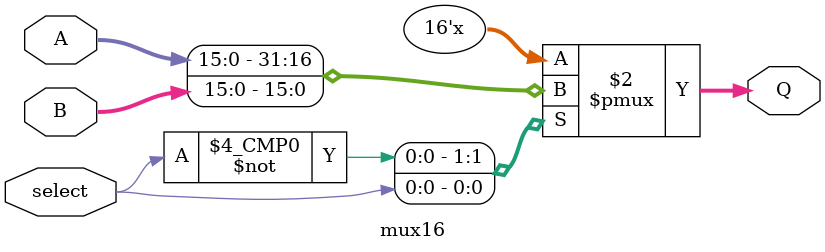
<source format=sv>


module mux16
    #(parameter width = 16)
    (input select,
    input [width - 1:0] A, B,
    output logic [width - 1:0] Q
    );
    
    always_comb
    begin
        unique case(select)
            1'b0    :   Q = A;
            1'b1    :   Q = B;
        endcase
    end
endmodule
</source>
